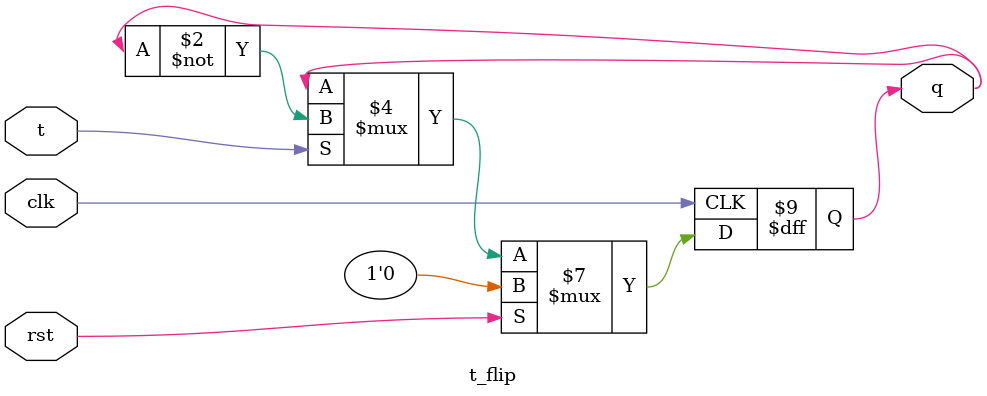
<source format=sv>
`timescale 1ns / 1ps


module t_flip(
    input logic clk,
    input logic t,
    input logic rst,
    output logic q
    );
    
    always@(posedge clk ) begin   
    
        if (rst)
            q <= 0;
        else 
            if(t)
                q <= ~q;
            else 
                q <= q;   
    end 
 endmodule

</source>
